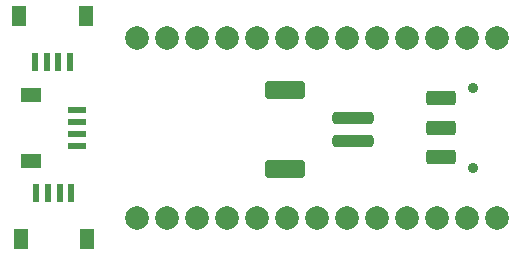
<source format=gbr>
%TF.GenerationSoftware,KiCad,Pcbnew,9.0.0*%
%TF.CreationDate,2025-04-03T20:24:29-07:00*%
%TF.ProjectId,nicenano-breakout,6e696365-6e61-46e6-9f2d-627265616b6f,rev?*%
%TF.SameCoordinates,Original*%
%TF.FileFunction,Soldermask,Bot*%
%TF.FilePolarity,Negative*%
%FSLAX46Y46*%
G04 Gerber Fmt 4.6, Leading zero omitted, Abs format (unit mm)*
G04 Created by KiCad (PCBNEW 9.0.0) date 2025-04-03 20:24:29*
%MOMM*%
%LPD*%
G01*
G04 APERTURE LIST*
G04 Aperture macros list*
%AMRoundRect*
0 Rectangle with rounded corners*
0 $1 Rounding radius*
0 $2 $3 $4 $5 $6 $7 $8 $9 X,Y pos of 4 corners*
0 Add a 4 corners polygon primitive as box body*
4,1,4,$2,$3,$4,$5,$6,$7,$8,$9,$2,$3,0*
0 Add four circle primitives for the rounded corners*
1,1,$1+$1,$2,$3*
1,1,$1+$1,$4,$5*
1,1,$1+$1,$6,$7*
1,1,$1+$1,$8,$9*
0 Add four rect primitives between the rounded corners*
20,1,$1+$1,$2,$3,$4,$5,0*
20,1,$1+$1,$4,$5,$6,$7,0*
20,1,$1+$1,$6,$7,$8,$9,0*
20,1,$1+$1,$8,$9,$2,$3,0*%
G04 Aperture macros list end*
%ADD10C,2.000000*%
%ADD11R,0.600000X1.550000*%
%ADD12R,1.200000X1.800000*%
%ADD13C,0.900000*%
%ADD14RoundRect,0.250000X-1.000000X0.375000X-1.000000X-0.375000X1.000000X-0.375000X1.000000X0.375000X0*%
%ADD15R,1.550000X0.600000*%
%ADD16R,1.800000X1.200000*%
%ADD17RoundRect,0.250000X1.500000X-0.250000X1.500000X0.250000X-1.500000X0.250000X-1.500000X-0.250000X0*%
%ADD18RoundRect,0.250001X1.449999X-0.499999X1.449999X0.499999X-1.449999X0.499999X-1.449999X-0.499999X0*%
G04 APERTURE END LIST*
D10*
%TO.C,U1*%
X202449159Y-79055400D03*
X199909159Y-79055400D03*
X197369159Y-79055400D03*
X194829159Y-79055400D03*
X192289159Y-79055400D03*
X189749159Y-79055400D03*
X187209159Y-79055400D03*
X184669159Y-79055400D03*
X182129159Y-79055400D03*
X179589159Y-79055400D03*
X177049159Y-79055400D03*
X174509159Y-79055400D03*
X174509169Y-94295410D03*
X177049169Y-94295410D03*
X179589169Y-94295410D03*
X182129169Y-94295410D03*
X184669169Y-94295410D03*
X187209169Y-94295410D03*
X189749169Y-94295410D03*
X192289169Y-94295410D03*
X194829169Y-94295410D03*
X197369169Y-94295410D03*
X199909169Y-94295410D03*
X202449169Y-94295410D03*
X204989159Y-79055400D03*
X204989169Y-94295410D03*
%TD*%
D11*
%TO.C,J2*%
X165900000Y-81106000D03*
X166900000Y-81106000D03*
X167900000Y-81106000D03*
X168900000Y-81106000D03*
D12*
X164600000Y-77206000D03*
X170200000Y-77206000D03*
%TD*%
D13*
%TO.C,SW1*%
X203000000Y-83250000D03*
X203000000Y-90050000D03*
D14*
X200250000Y-84150000D03*
X200250000Y-86650000D03*
X200250000Y-89150000D03*
%TD*%
D15*
%TO.C,J3*%
X169451692Y-88175410D03*
X169451692Y-87175410D03*
X169451692Y-86175410D03*
X169451692Y-85175410D03*
D16*
X165551692Y-89475410D03*
X165551692Y-83875410D03*
%TD*%
D11*
%TO.C,J4*%
X169000000Y-92194000D03*
X168000000Y-92194000D03*
X167000000Y-92194000D03*
X166000000Y-92194000D03*
D12*
X170300000Y-96094000D03*
X164700000Y-96094000D03*
%TD*%
D17*
%TO.C,J1*%
X192817550Y-87807860D03*
X192817550Y-85807860D03*
D18*
X187067550Y-90157860D03*
X187067550Y-83457860D03*
%TD*%
M02*

</source>
